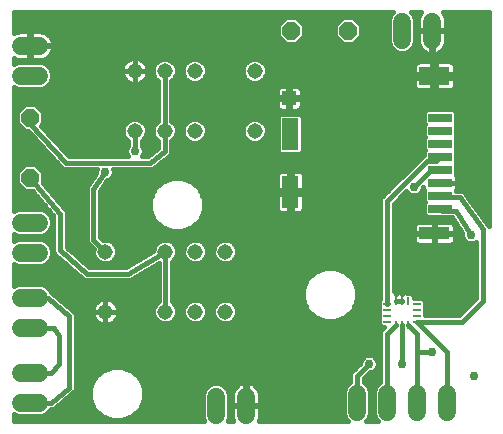
<source format=gtl>
G75*
%MOIN*%
%OFA0B0*%
%FSLAX25Y25*%
%IPPOS*%
%LPD*%
%AMOC8*
5,1,8,0,0,1.08239X$1,22.5*
%
%ADD10C,0.06000*%
%ADD11OC8,0.06000*%
%ADD12R,0.00984X0.02657*%
%ADD13R,0.02657X0.00984*%
%ADD14C,0.05150*%
%ADD15R,0.10236X0.03937*%
%ADD16R,0.07874X0.02756*%
%ADD17R,0.10236X0.05906*%
%ADD18R,0.05512X0.10630*%
%ADD19R,0.04724X0.04724*%
%ADD20C,0.00600*%
%ADD21C,0.02978*%
%ADD22C,0.01600*%
D10*
X0014800Y0018800D02*
X0020800Y0018800D01*
X0020800Y0028800D02*
X0014800Y0028800D01*
X0014800Y0043800D02*
X0020800Y0043800D01*
X0020800Y0053800D02*
X0014800Y0053800D01*
X0014800Y0068800D02*
X0020800Y0068800D01*
X0020800Y0078800D02*
X0014800Y0078800D01*
X0014800Y0127800D02*
X0020800Y0127800D01*
X0020800Y0137800D02*
X0014800Y0137800D01*
X0141800Y0139800D02*
X0141800Y0145800D01*
X0151800Y0145800D02*
X0151800Y0139800D01*
X0146800Y0021800D02*
X0146800Y0015800D01*
X0156800Y0015800D02*
X0156800Y0021800D01*
X0136800Y0021800D02*
X0136800Y0015800D01*
X0126800Y0015800D02*
X0126800Y0021800D01*
X0089800Y0020800D02*
X0089800Y0014800D01*
X0079800Y0014800D02*
X0079800Y0020800D01*
D11*
X0017800Y0093800D03*
X0017800Y0113800D03*
X0104800Y0142800D03*
X0123800Y0142800D03*
D12*
X0139831Y0052786D03*
X0141800Y0052786D03*
X0143769Y0052786D03*
X0143769Y0044814D03*
X0141800Y0044814D03*
X0139831Y0044814D03*
D13*
X0136830Y0045847D03*
X0136830Y0047816D03*
X0136830Y0049784D03*
X0136830Y0051753D03*
X0146770Y0051753D03*
X0146770Y0049784D03*
X0146770Y0047816D03*
X0146770Y0045847D03*
D14*
X0082934Y0049170D03*
X0072934Y0049170D03*
X0062934Y0049170D03*
X0042934Y0049170D03*
X0042934Y0069170D03*
X0062934Y0069170D03*
X0072934Y0069170D03*
X0082934Y0069170D03*
X0092666Y0109430D03*
X0072666Y0109430D03*
X0062666Y0109430D03*
X0052666Y0109430D03*
X0052666Y0129430D03*
X0062666Y0129430D03*
X0072666Y0129430D03*
X0092666Y0129430D03*
D15*
X0152587Y0075217D03*
D16*
X0154556Y0083485D03*
X0154556Y0087816D03*
X0154556Y0092146D03*
X0154556Y0096477D03*
X0154556Y0100808D03*
X0154556Y0105139D03*
X0154556Y0109469D03*
X0154556Y0113800D03*
D17*
X0152587Y0127776D03*
D18*
X0104556Y0108288D03*
X0104556Y0088997D03*
D19*
X0104162Y0120296D03*
D20*
X0104162Y0118800D01*
X0104556Y0088997D02*
X0104556Y0088800D01*
X0139831Y0053800D02*
X0139831Y0052786D01*
X0152587Y0075217D02*
X0154556Y0075217D01*
X0152587Y0127776D02*
X0151800Y0127776D01*
D21*
X0164800Y0141800D03*
X0130800Y0112800D03*
X0117800Y0092800D03*
X0145800Y0090800D03*
X0164800Y0074800D03*
X0128800Y0065800D03*
X0106800Y0059800D03*
X0117800Y0044800D03*
X0130800Y0031800D03*
X0141800Y0031800D03*
X0151800Y0035800D03*
X0165800Y0027800D03*
X0104800Y0019800D03*
X0062800Y0019800D03*
X0044800Y0036800D03*
X0051800Y0058800D03*
X0052800Y0081800D03*
X0042800Y0095800D03*
X0052800Y0102689D03*
X0079800Y0117800D03*
X0080800Y0141800D03*
X0048800Y0142800D03*
X0080800Y0088800D03*
X0081800Y0058800D03*
D22*
X0012600Y0014949D02*
X0012600Y0012600D01*
X0075949Y0012600D01*
X0075400Y0013925D01*
X0075400Y0021675D01*
X0076070Y0023292D01*
X0077308Y0024530D01*
X0078925Y0025200D01*
X0080675Y0025200D01*
X0082292Y0024530D01*
X0083530Y0023292D01*
X0084200Y0021675D01*
X0084200Y0013925D01*
X0083651Y0012600D01*
X0085534Y0012600D01*
X0085352Y0012957D01*
X0085118Y0013676D01*
X0085000Y0014422D01*
X0085000Y0017600D01*
X0089600Y0017600D01*
X0089600Y0018000D01*
X0089600Y0025600D01*
X0089422Y0025600D01*
X0088676Y0025482D01*
X0087957Y0025248D01*
X0087284Y0024905D01*
X0086673Y0024461D01*
X0086139Y0023927D01*
X0085695Y0023316D01*
X0085352Y0022643D01*
X0085118Y0021924D01*
X0085000Y0021178D01*
X0085000Y0018000D01*
X0089600Y0018000D01*
X0090000Y0018000D01*
X0090000Y0025600D01*
X0090178Y0025600D01*
X0090924Y0025482D01*
X0091643Y0025248D01*
X0092316Y0024905D01*
X0092927Y0024461D01*
X0093461Y0023927D01*
X0093905Y0023316D01*
X0094248Y0022643D01*
X0094482Y0021924D01*
X0094600Y0021178D01*
X0094600Y0018000D01*
X0090000Y0018000D01*
X0090000Y0017600D01*
X0094600Y0017600D01*
X0094600Y0014422D01*
X0094482Y0013676D01*
X0094248Y0012957D01*
X0094066Y0012600D01*
X0123777Y0012600D01*
X0123070Y0013308D01*
X0122400Y0014925D01*
X0122400Y0022675D01*
X0123070Y0024292D01*
X0124308Y0025530D01*
X0124600Y0025651D01*
X0124600Y0028711D01*
X0127911Y0032022D01*
X0127911Y0032375D01*
X0128351Y0033436D01*
X0129164Y0034249D01*
X0130225Y0034689D01*
X0131375Y0034689D01*
X0132436Y0034249D01*
X0133249Y0033436D01*
X0133689Y0032375D01*
X0133689Y0031225D01*
X0133249Y0030164D01*
X0132436Y0029351D01*
X0131375Y0028911D01*
X0131022Y0028911D01*
X0129000Y0026889D01*
X0129000Y0025651D01*
X0129292Y0025530D01*
X0130530Y0024292D01*
X0131200Y0022675D01*
X0131200Y0014925D01*
X0130530Y0013308D01*
X0129823Y0012600D01*
X0133777Y0012600D01*
X0133070Y0013308D01*
X0132400Y0014925D01*
X0132400Y0022675D01*
X0133070Y0024292D01*
X0134308Y0025530D01*
X0134600Y0025651D01*
X0134600Y0042694D01*
X0135862Y0043955D01*
X0134921Y0043955D01*
X0134101Y0044775D01*
X0134101Y0052825D01*
X0134630Y0053354D01*
X0134630Y0085134D01*
X0134630Y0086957D01*
X0149128Y0101455D01*
X0149219Y0101455D01*
X0149219Y0102766D01*
X0149426Y0102973D01*
X0149219Y0103181D01*
X0149219Y0107096D01*
X0149426Y0107304D01*
X0149219Y0107511D01*
X0149219Y0111427D01*
X0149426Y0111635D01*
X0149219Y0111842D01*
X0149219Y0115758D01*
X0150039Y0116578D01*
X0159073Y0116578D01*
X0159893Y0115758D01*
X0159893Y0111842D01*
X0159685Y0111635D01*
X0159893Y0111427D01*
X0159893Y0107511D01*
X0159685Y0107304D01*
X0159893Y0107096D01*
X0159893Y0103181D01*
X0159685Y0102973D01*
X0159893Y0102766D01*
X0159893Y0098850D01*
X0159685Y0098643D01*
X0159893Y0098435D01*
X0159893Y0094670D01*
X0159933Y0094630D01*
X0160170Y0094219D01*
X0160293Y0093761D01*
X0160293Y0092147D01*
X0154556Y0092147D01*
X0154556Y0092146D01*
X0160293Y0092146D01*
X0160293Y0090532D01*
X0160170Y0090074D01*
X0159933Y0089663D01*
X0159893Y0089623D01*
X0159893Y0089463D01*
X0160363Y0089463D01*
X0160526Y0089581D01*
X0161250Y0089463D01*
X0161984Y0089463D01*
X0162126Y0089321D01*
X0162325Y0089288D01*
X0162754Y0088693D01*
X0163273Y0088174D01*
X0163273Y0087973D01*
X0170481Y0077966D01*
X0170701Y0077746D01*
X0170701Y0148961D01*
X0155428Y0148961D01*
X0155461Y0148927D01*
X0155905Y0148316D01*
X0156248Y0147643D01*
X0156482Y0146924D01*
X0156600Y0146178D01*
X0156600Y0143000D01*
X0152000Y0143000D01*
X0152000Y0142600D01*
X0156600Y0142600D01*
X0156600Y0139422D01*
X0156482Y0138676D01*
X0156248Y0137957D01*
X0155905Y0137284D01*
X0155461Y0136673D01*
X0154927Y0136139D01*
X0154316Y0135695D01*
X0153643Y0135352D01*
X0152924Y0135118D01*
X0152178Y0135000D01*
X0152000Y0135000D01*
X0152000Y0142600D01*
X0151600Y0142600D01*
X0151600Y0135000D01*
X0151422Y0135000D01*
X0150676Y0135118D01*
X0149957Y0135352D01*
X0149284Y0135695D01*
X0148673Y0136139D01*
X0148139Y0136673D01*
X0147695Y0137284D01*
X0147352Y0137957D01*
X0147118Y0138676D01*
X0147000Y0139422D01*
X0147000Y0142600D01*
X0151600Y0142600D01*
X0151600Y0143000D01*
X0147000Y0143000D01*
X0147000Y0146178D01*
X0147118Y0146924D01*
X0147352Y0147643D01*
X0147695Y0148316D01*
X0148139Y0148927D01*
X0148172Y0148961D01*
X0144862Y0148961D01*
X0145530Y0148292D01*
X0146200Y0146675D01*
X0146200Y0138925D01*
X0145530Y0137308D01*
X0144292Y0136070D01*
X0142675Y0135400D01*
X0140925Y0135400D01*
X0139308Y0136070D01*
X0138070Y0137308D01*
X0137400Y0138925D01*
X0137400Y0146675D01*
X0138070Y0148292D01*
X0138738Y0148961D01*
X0012600Y0148961D01*
X0012600Y0142066D01*
X0012957Y0142248D01*
X0013676Y0142482D01*
X0014422Y0142600D01*
X0017600Y0142600D01*
X0017600Y0138000D01*
X0018000Y0138000D01*
X0018000Y0142600D01*
X0021178Y0142600D01*
X0021924Y0142482D01*
X0022643Y0142248D01*
X0023316Y0141905D01*
X0023927Y0141461D01*
X0024461Y0140927D01*
X0024905Y0140316D01*
X0025248Y0139643D01*
X0025482Y0138924D01*
X0025600Y0138178D01*
X0025600Y0138000D01*
X0018000Y0138000D01*
X0018000Y0137600D01*
X0025600Y0137600D01*
X0025600Y0137422D01*
X0025482Y0136676D01*
X0025248Y0135957D01*
X0024905Y0135284D01*
X0024461Y0134673D01*
X0023927Y0134139D01*
X0023316Y0133695D01*
X0022643Y0133352D01*
X0021924Y0133118D01*
X0021178Y0133000D01*
X0018000Y0133000D01*
X0018000Y0137600D01*
X0017600Y0137600D01*
X0017600Y0133000D01*
X0014422Y0133000D01*
X0013676Y0133118D01*
X0012957Y0133352D01*
X0012600Y0133534D01*
X0012600Y0131651D01*
X0013925Y0132200D01*
X0021675Y0132200D01*
X0023292Y0131530D01*
X0024530Y0130292D01*
X0025200Y0128675D01*
X0025200Y0126925D01*
X0024530Y0125308D01*
X0023292Y0124070D01*
X0021675Y0123400D01*
X0013925Y0123400D01*
X0012600Y0123949D01*
X0012600Y0082651D01*
X0013925Y0083200D01*
X0021675Y0083200D01*
X0023292Y0082530D01*
X0024530Y0081292D01*
X0025200Y0079675D01*
X0025200Y0077925D01*
X0024530Y0076308D01*
X0023292Y0075070D01*
X0021675Y0074400D01*
X0013925Y0074400D01*
X0012600Y0074949D01*
X0012600Y0072651D01*
X0013925Y0073200D01*
X0021675Y0073200D01*
X0023292Y0072530D01*
X0024530Y0071292D01*
X0025200Y0069675D01*
X0025200Y0067925D01*
X0024530Y0066308D01*
X0023292Y0065070D01*
X0021675Y0064400D01*
X0013925Y0064400D01*
X0012600Y0064949D01*
X0012600Y0057651D01*
X0013925Y0058200D01*
X0021675Y0058200D01*
X0023292Y0057530D01*
X0024530Y0056292D01*
X0024651Y0056000D01*
X0024711Y0056000D01*
X0025296Y0055415D01*
X0031614Y0050000D01*
X0031711Y0050000D01*
X0032296Y0049415D01*
X0032924Y0048877D01*
X0032931Y0048780D01*
X0033000Y0048711D01*
X0033000Y0047885D01*
X0033063Y0047060D01*
X0033000Y0046986D01*
X0033000Y0024596D01*
X0033073Y0024508D01*
X0033000Y0023700D01*
X0033000Y0022889D01*
X0032919Y0022808D01*
X0032908Y0022693D01*
X0032285Y0022174D01*
X0031711Y0021600D01*
X0031597Y0021600D01*
X0026285Y0017174D01*
X0025711Y0016600D01*
X0025596Y0016600D01*
X0025508Y0016527D01*
X0024700Y0016600D01*
X0024651Y0016600D01*
X0024530Y0016308D01*
X0023292Y0015070D01*
X0021675Y0014400D01*
X0013925Y0014400D01*
X0012600Y0014949D01*
X0012600Y0014194D02*
X0041817Y0014194D01*
X0041739Y0014226D02*
X0045023Y0012866D01*
X0048577Y0012866D01*
X0051861Y0014226D01*
X0054374Y0016739D01*
X0055734Y0020023D01*
X0055734Y0023577D01*
X0054374Y0026861D01*
X0051861Y0029374D01*
X0048577Y0030734D01*
X0045023Y0030734D01*
X0041739Y0029374D01*
X0039226Y0026861D01*
X0037866Y0023577D01*
X0037866Y0020023D01*
X0039226Y0016739D01*
X0041739Y0014226D01*
X0040173Y0015793D02*
X0024015Y0015793D01*
X0026546Y0017391D02*
X0038956Y0017391D01*
X0038294Y0018990D02*
X0028464Y0018990D01*
X0030382Y0020588D02*
X0037866Y0020588D01*
X0037866Y0022187D02*
X0032300Y0022187D01*
X0033008Y0023785D02*
X0037952Y0023785D01*
X0038614Y0025384D02*
X0033000Y0025384D01*
X0033000Y0026982D02*
X0039348Y0026982D01*
X0040946Y0028581D02*
X0033000Y0028581D01*
X0033000Y0030179D02*
X0043684Y0030179D01*
X0049916Y0030179D02*
X0126068Y0030179D01*
X0124600Y0028581D02*
X0052654Y0028581D01*
X0054252Y0026982D02*
X0124600Y0026982D01*
X0124161Y0025384D02*
X0091226Y0025384D01*
X0090000Y0025384D02*
X0089600Y0025384D01*
X0088374Y0025384D02*
X0054986Y0025384D01*
X0055648Y0023785D02*
X0076563Y0023785D01*
X0075612Y0022187D02*
X0055734Y0022187D01*
X0055734Y0020588D02*
X0075400Y0020588D01*
X0075400Y0018990D02*
X0055306Y0018990D01*
X0054644Y0017391D02*
X0075400Y0017391D01*
X0075400Y0015793D02*
X0053427Y0015793D01*
X0051783Y0014194D02*
X0075400Y0014194D01*
X0084200Y0014194D02*
X0085036Y0014194D01*
X0085000Y0015793D02*
X0084200Y0015793D01*
X0084200Y0017391D02*
X0085000Y0017391D01*
X0085000Y0018990D02*
X0084200Y0018990D01*
X0084200Y0020588D02*
X0085000Y0020588D01*
X0085204Y0022187D02*
X0083988Y0022187D01*
X0083037Y0023785D02*
X0086036Y0023785D01*
X0089600Y0023785D02*
X0090000Y0023785D01*
X0090000Y0022187D02*
X0089600Y0022187D01*
X0089600Y0020588D02*
X0090000Y0020588D01*
X0090000Y0018990D02*
X0089600Y0018990D01*
X0094600Y0018990D02*
X0122400Y0018990D01*
X0122400Y0020588D02*
X0094600Y0020588D01*
X0094396Y0022187D02*
X0122400Y0022187D01*
X0122860Y0023785D02*
X0093564Y0023785D01*
X0094600Y0017391D02*
X0122400Y0017391D01*
X0122400Y0015793D02*
X0094600Y0015793D01*
X0094564Y0014194D02*
X0122703Y0014194D01*
X0126800Y0018800D02*
X0126800Y0027800D01*
X0130800Y0031800D01*
X0128326Y0033376D02*
X0033000Y0033376D01*
X0033000Y0031778D02*
X0127666Y0031778D01*
X0130692Y0028581D02*
X0134600Y0028581D01*
X0134600Y0030179D02*
X0133256Y0030179D01*
X0133689Y0031778D02*
X0134600Y0031778D01*
X0134600Y0033376D02*
X0133274Y0033376D01*
X0134600Y0034975D02*
X0033000Y0034975D01*
X0033000Y0036573D02*
X0134600Y0036573D01*
X0134600Y0038172D02*
X0033000Y0038172D01*
X0033000Y0039770D02*
X0134600Y0039770D01*
X0134600Y0041369D02*
X0033000Y0041369D01*
X0033000Y0042967D02*
X0134874Y0042967D01*
X0134310Y0044566D02*
X0033000Y0044566D01*
X0033000Y0046164D02*
X0039753Y0046164D01*
X0039597Y0046320D02*
X0040084Y0045833D01*
X0040641Y0045428D01*
X0041255Y0045116D01*
X0041909Y0044903D01*
X0042590Y0044795D01*
X0042934Y0044795D01*
X0043278Y0044795D01*
X0043958Y0044903D01*
X0044613Y0045116D01*
X0045227Y0045428D01*
X0045784Y0045833D01*
X0046271Y0046320D01*
X0046676Y0046877D01*
X0046988Y0047491D01*
X0047201Y0048146D01*
X0047309Y0048826D01*
X0047309Y0049170D01*
X0047309Y0049514D01*
X0047201Y0050195D01*
X0046988Y0050849D01*
X0046676Y0051463D01*
X0046271Y0052020D01*
X0045784Y0052507D01*
X0045227Y0052912D01*
X0044613Y0053224D01*
X0043958Y0053437D01*
X0043278Y0053545D01*
X0042934Y0053545D01*
X0042934Y0049170D01*
X0042934Y0049170D01*
X0047309Y0049170D01*
X0042934Y0049170D01*
X0042934Y0044795D01*
X0042934Y0049170D01*
X0042934Y0049170D01*
X0042934Y0049170D01*
X0038559Y0049170D01*
X0038559Y0048826D01*
X0038667Y0048146D01*
X0038880Y0047491D01*
X0039192Y0046877D01*
X0039597Y0046320D01*
X0038791Y0047763D02*
X0033009Y0047763D01*
X0032359Y0049361D02*
X0038559Y0049361D01*
X0038559Y0049514D02*
X0038559Y0049170D01*
X0042934Y0049170D01*
X0042934Y0049170D01*
X0042934Y0053545D01*
X0042590Y0053545D01*
X0041909Y0053437D01*
X0041255Y0053224D01*
X0040641Y0052912D01*
X0040084Y0052507D01*
X0039597Y0052020D01*
X0039192Y0051463D01*
X0038880Y0050849D01*
X0038667Y0050195D01*
X0038559Y0049514D01*
X0038936Y0050960D02*
X0030494Y0050960D01*
X0028629Y0052558D02*
X0040155Y0052558D01*
X0042934Y0052558D02*
X0042934Y0052558D01*
X0042934Y0050960D02*
X0042934Y0050960D01*
X0042934Y0049361D02*
X0042934Y0049361D01*
X0042934Y0047763D02*
X0042934Y0047763D01*
X0042934Y0046164D02*
X0042934Y0046164D01*
X0046115Y0046164D02*
X0060318Y0046164D01*
X0060682Y0045800D02*
X0062143Y0045195D01*
X0063724Y0045195D01*
X0065185Y0045800D01*
X0066304Y0046919D01*
X0066909Y0048379D01*
X0066909Y0049961D01*
X0066304Y0051422D01*
X0065185Y0052540D01*
X0065134Y0052561D01*
X0065134Y0065779D01*
X0065185Y0065800D01*
X0066304Y0066919D01*
X0066909Y0068379D01*
X0066909Y0069961D01*
X0066304Y0071422D01*
X0065185Y0072540D01*
X0063724Y0073145D01*
X0062143Y0073145D01*
X0060682Y0072540D01*
X0059564Y0071422D01*
X0058959Y0069961D01*
X0058959Y0069363D01*
X0049958Y0064000D01*
X0037518Y0064000D01*
X0030000Y0070672D01*
X0030000Y0081700D01*
X0030073Y0082508D01*
X0030000Y0082596D01*
X0030000Y0082711D01*
X0029426Y0083285D01*
X0022190Y0091968D01*
X0022200Y0091977D01*
X0022200Y0095623D01*
X0019623Y0098200D01*
X0015977Y0098200D01*
X0013400Y0095623D01*
X0013400Y0091977D01*
X0015977Y0089400D01*
X0018603Y0089400D01*
X0025600Y0081003D01*
X0025600Y0070518D01*
X0025550Y0070461D01*
X0025600Y0069617D01*
X0025600Y0068771D01*
X0025654Y0068718D01*
X0025658Y0068642D01*
X0026291Y0068081D01*
X0026889Y0067483D01*
X0026965Y0067483D01*
X0035173Y0060198D01*
X0035771Y0059600D01*
X0035847Y0059600D01*
X0035904Y0059550D01*
X0036748Y0059600D01*
X0050289Y0059600D01*
X0050907Y0059444D01*
X0051169Y0059600D01*
X0051475Y0059600D01*
X0051925Y0060050D01*
X0060734Y0065298D01*
X0060734Y0052561D01*
X0060682Y0052540D01*
X0059564Y0051422D01*
X0058959Y0049961D01*
X0058959Y0048379D01*
X0059564Y0046919D01*
X0060682Y0045800D01*
X0059214Y0047763D02*
X0047077Y0047763D01*
X0047309Y0049361D02*
X0058959Y0049361D01*
X0059373Y0050960D02*
X0046932Y0050960D01*
X0045713Y0052558D02*
X0060727Y0052558D01*
X0060734Y0054157D02*
X0026764Y0054157D01*
X0024956Y0055755D02*
X0060734Y0055755D01*
X0060734Y0057354D02*
X0023469Y0057354D01*
X0023800Y0053800D02*
X0030800Y0047800D01*
X0030800Y0023800D01*
X0024800Y0018800D01*
X0017800Y0018800D01*
X0017800Y0028800D02*
X0024800Y0028800D01*
X0027600Y0031600D01*
X0027600Y0041000D01*
X0025800Y0043800D01*
X0017800Y0043800D01*
X0017800Y0053800D02*
X0023800Y0053800D01*
X0032974Y0062149D02*
X0012600Y0062149D01*
X0012600Y0060551D02*
X0034776Y0060551D01*
X0036683Y0061800D02*
X0050564Y0061800D01*
X0062934Y0069170D01*
X0062934Y0049170D01*
X0066653Y0047763D02*
X0069214Y0047763D01*
X0068959Y0048379D02*
X0069564Y0046919D01*
X0070682Y0045800D01*
X0072143Y0045195D01*
X0073724Y0045195D01*
X0075185Y0045800D01*
X0076304Y0046919D01*
X0076909Y0048379D01*
X0076909Y0049961D01*
X0076304Y0051422D01*
X0075185Y0052540D01*
X0073724Y0053145D01*
X0072143Y0053145D01*
X0070682Y0052540D01*
X0069564Y0051422D01*
X0068959Y0049961D01*
X0068959Y0048379D01*
X0068959Y0049361D02*
X0066909Y0049361D01*
X0066495Y0050960D02*
X0069373Y0050960D01*
X0070727Y0052558D02*
X0065141Y0052558D01*
X0065134Y0054157D02*
X0108866Y0054157D01*
X0108866Y0053023D02*
X0110226Y0049739D01*
X0112739Y0047226D01*
X0116023Y0045866D01*
X0119577Y0045866D01*
X0122861Y0047226D01*
X0125374Y0049739D01*
X0126734Y0053023D01*
X0126734Y0056577D01*
X0125374Y0059861D01*
X0122861Y0062374D01*
X0119577Y0063734D01*
X0116023Y0063734D01*
X0112739Y0062374D01*
X0110226Y0059861D01*
X0108866Y0056577D01*
X0108866Y0053023D01*
X0109059Y0052558D02*
X0085141Y0052558D01*
X0085185Y0052540D02*
X0083724Y0053145D01*
X0082143Y0053145D01*
X0080682Y0052540D01*
X0079564Y0051422D01*
X0078959Y0049961D01*
X0078959Y0048379D01*
X0079564Y0046919D01*
X0080682Y0045800D01*
X0082143Y0045195D01*
X0083724Y0045195D01*
X0085185Y0045800D01*
X0086304Y0046919D01*
X0086909Y0048379D01*
X0086909Y0049961D01*
X0086304Y0051422D01*
X0085185Y0052540D01*
X0086495Y0050960D02*
X0109721Y0050960D01*
X0110604Y0049361D02*
X0086909Y0049361D01*
X0086653Y0047763D02*
X0112203Y0047763D01*
X0115303Y0046164D02*
X0085549Y0046164D01*
X0080318Y0046164D02*
X0075549Y0046164D01*
X0076653Y0047763D02*
X0079214Y0047763D01*
X0078959Y0049361D02*
X0076909Y0049361D01*
X0076495Y0050960D02*
X0079373Y0050960D01*
X0080727Y0052558D02*
X0075141Y0052558D01*
X0070318Y0046164D02*
X0065549Y0046164D01*
X0065134Y0055755D02*
X0108866Y0055755D01*
X0109188Y0057354D02*
X0065134Y0057354D01*
X0065134Y0058952D02*
X0109850Y0058952D01*
X0110916Y0060551D02*
X0065134Y0060551D01*
X0065134Y0062149D02*
X0112515Y0062149D01*
X0123085Y0062149D02*
X0134630Y0062149D01*
X0134630Y0060551D02*
X0124683Y0060551D01*
X0125750Y0058952D02*
X0134630Y0058952D01*
X0134630Y0057354D02*
X0126412Y0057354D01*
X0126734Y0055755D02*
X0134630Y0055755D01*
X0134630Y0054157D02*
X0126734Y0054157D01*
X0126541Y0052558D02*
X0134101Y0052558D01*
X0134101Y0050960D02*
X0125879Y0050960D01*
X0124996Y0049361D02*
X0134101Y0049361D01*
X0134101Y0047763D02*
X0123397Y0047763D01*
X0120297Y0046164D02*
X0134101Y0046164D01*
X0136800Y0041782D02*
X0136800Y0018800D01*
X0132400Y0018990D02*
X0131200Y0018990D01*
X0131200Y0020588D02*
X0132400Y0020588D01*
X0132400Y0022187D02*
X0131200Y0022187D01*
X0130740Y0023785D02*
X0132860Y0023785D01*
X0134161Y0025384D02*
X0129439Y0025384D01*
X0129093Y0026982D02*
X0134600Y0026982D01*
X0141800Y0031800D02*
X0141800Y0044814D01*
X0139831Y0044814D02*
X0136800Y0041782D01*
X0143769Y0044814D02*
X0146800Y0041782D01*
X0146800Y0035800D01*
X0151800Y0035800D01*
X0146800Y0035800D02*
X0146800Y0018800D01*
X0156800Y0018800D02*
X0156800Y0035818D01*
X0146770Y0045847D01*
X0161847Y0045847D01*
X0168800Y0052800D01*
X0168800Y0076536D01*
X0161073Y0087263D01*
X0155109Y0087263D01*
X0154556Y0087816D01*
X0154556Y0083485D02*
X0155241Y0082800D01*
X0159800Y0082800D01*
X0164800Y0074800D01*
X0161911Y0074937D02*
X0159505Y0074937D01*
X0159505Y0075033D02*
X0152772Y0075033D01*
X0152772Y0075402D01*
X0152403Y0075402D01*
X0152403Y0078986D01*
X0147232Y0078986D01*
X0146775Y0078863D01*
X0146364Y0078626D01*
X0146029Y0078291D01*
X0145792Y0077881D01*
X0145669Y0077423D01*
X0145669Y0075402D01*
X0152403Y0075402D01*
X0152403Y0075033D01*
X0145669Y0075033D01*
X0145669Y0073012D01*
X0145792Y0072554D01*
X0146029Y0072144D01*
X0146364Y0071808D01*
X0146775Y0071571D01*
X0147232Y0071449D01*
X0152403Y0071449D01*
X0152403Y0075033D01*
X0152772Y0075033D01*
X0152772Y0071449D01*
X0157942Y0071449D01*
X0158400Y0071571D01*
X0158811Y0071808D01*
X0159146Y0072144D01*
X0159383Y0072554D01*
X0159505Y0073012D01*
X0159505Y0075033D01*
X0159505Y0075402D02*
X0159505Y0077423D01*
X0159383Y0077881D01*
X0159146Y0078291D01*
X0158811Y0078626D01*
X0158400Y0078863D01*
X0157942Y0078986D01*
X0152772Y0078986D01*
X0152772Y0075402D01*
X0159505Y0075402D01*
X0159505Y0076536D02*
X0161121Y0076536D01*
X0161911Y0075271D02*
X0161911Y0074225D01*
X0162351Y0073164D01*
X0163164Y0072351D01*
X0164225Y0071911D01*
X0165375Y0071911D01*
X0166436Y0072351D01*
X0166600Y0072514D01*
X0166600Y0053711D01*
X0160936Y0048047D01*
X0149499Y0048047D01*
X0149499Y0048712D01*
X0149499Y0052825D01*
X0148679Y0053645D01*
X0145661Y0053645D01*
X0145661Y0054695D01*
X0144841Y0055515D01*
X0143438Y0055515D01*
X0143397Y0055555D01*
X0142987Y0055792D01*
X0142529Y0055915D01*
X0141800Y0055915D01*
X0141800Y0055158D01*
X0141800Y0055915D01*
X0141071Y0055915D01*
X0140816Y0055847D01*
X0140561Y0055915D01*
X0139832Y0055915D01*
X0139832Y0055158D01*
X0139831Y0055158D01*
X0139831Y0055915D01*
X0139102Y0055915D01*
X0139030Y0055895D01*
X0139030Y0085134D01*
X0143265Y0089370D01*
X0143351Y0089164D01*
X0144164Y0088351D01*
X0145225Y0087911D01*
X0146375Y0087911D01*
X0147436Y0088351D01*
X0148249Y0089164D01*
X0148689Y0090225D01*
X0148689Y0090578D01*
X0148819Y0090708D01*
X0148819Y0090532D01*
X0148942Y0090074D01*
X0149179Y0089663D01*
X0149219Y0089623D01*
X0149219Y0085858D01*
X0149426Y0085650D01*
X0149219Y0085443D01*
X0149219Y0081527D01*
X0150039Y0080707D01*
X0154223Y0080707D01*
X0154330Y0080600D01*
X0158581Y0080600D01*
X0161911Y0075271D01*
X0162278Y0073339D02*
X0159505Y0073339D01*
X0158693Y0071740D02*
X0166600Y0071740D01*
X0166600Y0070142D02*
X0139030Y0070142D01*
X0139030Y0071740D02*
X0146482Y0071740D01*
X0145669Y0073339D02*
X0139030Y0073339D01*
X0139030Y0074937D02*
X0145669Y0074937D01*
X0145669Y0076536D02*
X0139030Y0076536D01*
X0139030Y0078134D02*
X0145939Y0078134D01*
X0149415Y0081332D02*
X0139030Y0081332D01*
X0139030Y0082930D02*
X0149219Y0082930D01*
X0149219Y0084529D02*
X0139030Y0084529D01*
X0140022Y0086127D02*
X0149219Y0086127D01*
X0149219Y0087726D02*
X0141621Y0087726D01*
X0143219Y0089324D02*
X0143284Y0089324D01*
X0145800Y0090800D02*
X0151477Y0096477D01*
X0154556Y0096477D01*
X0153003Y0099255D02*
X0154556Y0100808D01*
X0153003Y0099255D02*
X0150039Y0099255D01*
X0136830Y0086046D01*
X0136830Y0051753D01*
X0139832Y0052786D02*
X0139832Y0052786D01*
X0141800Y0052786D01*
X0141800Y0052786D01*
X0139832Y0052786D01*
X0139831Y0055755D02*
X0139832Y0055755D01*
X0139030Y0057354D02*
X0166600Y0057354D01*
X0166600Y0058952D02*
X0139030Y0058952D01*
X0139030Y0060551D02*
X0166600Y0060551D01*
X0166600Y0062149D02*
X0139030Y0062149D01*
X0139030Y0063748D02*
X0166600Y0063748D01*
X0166600Y0065346D02*
X0139030Y0065346D01*
X0139030Y0066945D02*
X0166600Y0066945D01*
X0166600Y0068543D02*
X0139030Y0068543D01*
X0134630Y0068543D02*
X0086909Y0068543D01*
X0086909Y0068379D02*
X0086304Y0066919D01*
X0085185Y0065800D01*
X0083724Y0065195D01*
X0082143Y0065195D01*
X0080682Y0065800D01*
X0079564Y0066919D01*
X0078959Y0068379D01*
X0078959Y0069961D01*
X0079564Y0071422D01*
X0080682Y0072540D01*
X0082143Y0073145D01*
X0083724Y0073145D01*
X0085185Y0072540D01*
X0086304Y0071422D01*
X0086909Y0069961D01*
X0086909Y0068379D01*
X0086314Y0066945D02*
X0134630Y0066945D01*
X0134630Y0065346D02*
X0084089Y0065346D01*
X0081778Y0065346D02*
X0074089Y0065346D01*
X0073724Y0065195D02*
X0075185Y0065800D01*
X0076304Y0066919D01*
X0076909Y0068379D01*
X0076909Y0069961D01*
X0076304Y0071422D01*
X0075185Y0072540D01*
X0073724Y0073145D01*
X0072143Y0073145D01*
X0070682Y0072540D01*
X0069564Y0071422D01*
X0068959Y0069961D01*
X0068959Y0068379D01*
X0069564Y0066919D01*
X0070682Y0065800D01*
X0072143Y0065195D01*
X0073724Y0065195D01*
X0071778Y0065346D02*
X0065134Y0065346D01*
X0065134Y0063748D02*
X0134630Y0063748D01*
X0134630Y0070142D02*
X0086834Y0070142D01*
X0085985Y0071740D02*
X0134630Y0071740D01*
X0134630Y0073339D02*
X0041876Y0073339D01*
X0042092Y0073124D02*
X0041134Y0074081D01*
X0041134Y0089274D01*
X0043589Y0093000D01*
X0044436Y0093351D01*
X0045249Y0094164D01*
X0045689Y0095225D01*
X0045689Y0096375D01*
X0045596Y0096600D01*
X0057674Y0096600D01*
X0058455Y0096511D01*
X0058568Y0096600D01*
X0058711Y0096600D01*
X0059267Y0097156D01*
X0063434Y0100466D01*
X0063577Y0100466D01*
X0064133Y0101022D01*
X0064748Y0101510D01*
X0064765Y0101653D01*
X0064866Y0101755D01*
X0064866Y0102541D01*
X0064956Y0103321D01*
X0064866Y0103434D01*
X0064866Y0106039D01*
X0064918Y0106060D01*
X0066036Y0107178D01*
X0066641Y0108639D01*
X0066641Y0110221D01*
X0066036Y0111681D01*
X0064918Y0112800D01*
X0064866Y0112821D01*
X0064866Y0126039D01*
X0064918Y0126060D01*
X0066036Y0127178D01*
X0066641Y0128639D01*
X0066641Y0130221D01*
X0066036Y0131681D01*
X0064918Y0132800D01*
X0063457Y0133405D01*
X0061875Y0133405D01*
X0060415Y0132800D01*
X0059296Y0131681D01*
X0058691Y0130221D01*
X0058691Y0128639D01*
X0059296Y0127178D01*
X0060415Y0126060D01*
X0060466Y0126039D01*
X0060466Y0112821D01*
X0060415Y0112800D01*
X0059296Y0111681D01*
X0058691Y0110221D01*
X0058691Y0108639D01*
X0059296Y0107178D01*
X0060415Y0106060D01*
X0060466Y0106039D01*
X0060466Y0103728D01*
X0057032Y0101000D01*
X0055197Y0101000D01*
X0055249Y0101052D01*
X0055689Y0102114D01*
X0055689Y0103264D01*
X0055249Y0104325D01*
X0055000Y0104575D01*
X0055000Y0106143D01*
X0056036Y0107178D01*
X0056641Y0108639D01*
X0056641Y0110221D01*
X0056036Y0111681D01*
X0054918Y0112800D01*
X0053457Y0113405D01*
X0051875Y0113405D01*
X0050415Y0112800D01*
X0049296Y0111681D01*
X0048691Y0110221D01*
X0048691Y0108639D01*
X0049296Y0107178D01*
X0050415Y0106060D01*
X0050600Y0105983D01*
X0050600Y0104575D01*
X0050351Y0104325D01*
X0049911Y0103264D01*
X0049911Y0102114D01*
X0050351Y0101052D01*
X0050403Y0101000D01*
X0030763Y0101000D01*
X0021384Y0111161D01*
X0022200Y0111977D01*
X0022200Y0115623D01*
X0019623Y0118200D01*
X0015977Y0118200D01*
X0013400Y0115623D01*
X0013400Y0111977D01*
X0015977Y0109400D01*
X0017021Y0109400D01*
X0027600Y0097940D01*
X0027600Y0097889D01*
X0028213Y0097275D01*
X0028802Y0096638D01*
X0028853Y0096636D01*
X0028889Y0096600D01*
X0029756Y0096600D01*
X0030623Y0096565D01*
X0030660Y0096600D01*
X0040004Y0096600D01*
X0039911Y0096375D01*
X0039911Y0095414D01*
X0037220Y0091331D01*
X0036734Y0090845D01*
X0036734Y0090594D01*
X0036595Y0090384D01*
X0036734Y0089710D01*
X0036734Y0072259D01*
X0038980Y0070012D01*
X0038959Y0069961D01*
X0038959Y0068379D01*
X0039564Y0066919D01*
X0040682Y0065800D01*
X0042143Y0065195D01*
X0043724Y0065195D01*
X0045185Y0065800D01*
X0046304Y0066919D01*
X0046909Y0068379D01*
X0046909Y0069961D01*
X0046304Y0071422D01*
X0045185Y0072540D01*
X0043724Y0073145D01*
X0042143Y0073145D01*
X0042092Y0073124D01*
X0041134Y0074937D02*
X0134630Y0074937D01*
X0134630Y0076536D02*
X0070194Y0076536D01*
X0068577Y0075866D02*
X0071861Y0077226D01*
X0074374Y0079739D01*
X0075734Y0083023D01*
X0075734Y0086577D01*
X0074374Y0089861D01*
X0071861Y0092374D01*
X0068577Y0093734D01*
X0065023Y0093734D01*
X0061739Y0092374D01*
X0059226Y0089861D01*
X0057866Y0086577D01*
X0057866Y0083023D01*
X0059226Y0079739D01*
X0061739Y0077226D01*
X0065023Y0075866D01*
X0068577Y0075866D01*
X0069883Y0071740D02*
X0065985Y0071740D01*
X0066834Y0070142D02*
X0069034Y0070142D01*
X0068959Y0068543D02*
X0066909Y0068543D01*
X0066314Y0066945D02*
X0069553Y0066945D01*
X0075985Y0071740D02*
X0079883Y0071740D01*
X0079034Y0070142D02*
X0076834Y0070142D01*
X0076909Y0068543D02*
X0078959Y0068543D01*
X0079553Y0066945D02*
X0076314Y0066945D01*
X0072769Y0078134D02*
X0134630Y0078134D01*
X0134630Y0079733D02*
X0074367Y0079733D01*
X0075033Y0081332D02*
X0134630Y0081332D01*
X0134630Y0082930D02*
X0108956Y0082930D01*
X0108989Y0082987D02*
X0109112Y0083445D01*
X0109112Y0088419D01*
X0105134Y0088419D01*
X0105134Y0089575D01*
X0103978Y0089575D01*
X0103978Y0096112D01*
X0101563Y0096112D01*
X0101105Y0095989D01*
X0100695Y0095752D01*
X0100360Y0095417D01*
X0100123Y0095007D01*
X0100000Y0094549D01*
X0100000Y0089575D01*
X0103978Y0089575D01*
X0103978Y0088419D01*
X0100000Y0088419D01*
X0100000Y0083445D01*
X0100123Y0082987D01*
X0100360Y0082577D01*
X0100695Y0082242D01*
X0101105Y0082005D01*
X0101563Y0081882D01*
X0103978Y0081882D01*
X0103978Y0088419D01*
X0105134Y0088419D01*
X0105134Y0081882D01*
X0107549Y0081882D01*
X0108007Y0082005D01*
X0108417Y0082242D01*
X0108752Y0082577D01*
X0108989Y0082987D01*
X0109112Y0084529D02*
X0134630Y0084529D01*
X0134630Y0086127D02*
X0109112Y0086127D01*
X0109112Y0087726D02*
X0135398Y0087726D01*
X0136997Y0089324D02*
X0105134Y0089324D01*
X0105134Y0089575D02*
X0109112Y0089575D01*
X0109112Y0094549D01*
X0108989Y0095007D01*
X0108752Y0095417D01*
X0108417Y0095752D01*
X0108007Y0095989D01*
X0107549Y0096112D01*
X0105134Y0096112D01*
X0105134Y0089575D01*
X0103978Y0089324D02*
X0074596Y0089324D01*
X0075258Y0087726D02*
X0100000Y0087726D01*
X0100000Y0086127D02*
X0075734Y0086127D01*
X0075734Y0084529D02*
X0100000Y0084529D01*
X0100156Y0082930D02*
X0075695Y0082930D01*
X0073312Y0090923D02*
X0100000Y0090923D01*
X0100000Y0092521D02*
X0071505Y0092521D01*
X0062095Y0092521D02*
X0043274Y0092521D01*
X0042220Y0090923D02*
X0060288Y0090923D01*
X0059004Y0089324D02*
X0041167Y0089324D01*
X0041134Y0087726D02*
X0058342Y0087726D01*
X0057866Y0086127D02*
X0041134Y0086127D01*
X0041134Y0084529D02*
X0057866Y0084529D01*
X0057905Y0082930D02*
X0041134Y0082930D01*
X0041134Y0081332D02*
X0058567Y0081332D01*
X0059233Y0079733D02*
X0041134Y0079733D01*
X0041134Y0078134D02*
X0060831Y0078134D01*
X0063406Y0076536D02*
X0041134Y0076536D01*
X0038934Y0073170D02*
X0042934Y0069170D01*
X0046314Y0066945D02*
X0054901Y0066945D01*
X0052218Y0065346D02*
X0044089Y0065346D01*
X0041778Y0065346D02*
X0036001Y0065346D01*
X0034200Y0066945D02*
X0039553Y0066945D01*
X0038959Y0068543D02*
X0032398Y0068543D01*
X0030597Y0070142D02*
X0038851Y0070142D01*
X0037252Y0071740D02*
X0030000Y0071740D01*
X0030000Y0073339D02*
X0036734Y0073339D01*
X0036734Y0074937D02*
X0030000Y0074937D01*
X0030000Y0076536D02*
X0036734Y0076536D01*
X0036734Y0078134D02*
X0030000Y0078134D01*
X0030000Y0079733D02*
X0036734Y0079733D01*
X0036734Y0081332D02*
X0030000Y0081332D01*
X0029781Y0082930D02*
X0036734Y0082930D01*
X0036734Y0084529D02*
X0028390Y0084529D01*
X0027058Y0086127D02*
X0036734Y0086127D01*
X0036734Y0087726D02*
X0025726Y0087726D01*
X0024394Y0089324D02*
X0036734Y0089324D01*
X0036811Y0090923D02*
X0023062Y0090923D01*
X0022200Y0092521D02*
X0038004Y0092521D01*
X0039058Y0094120D02*
X0022200Y0094120D01*
X0022104Y0095718D02*
X0039911Y0095718D01*
X0042800Y0095800D02*
X0038934Y0089934D01*
X0038934Y0073170D01*
X0045985Y0071740D02*
X0059883Y0071740D01*
X0059034Y0070142D02*
X0046834Y0070142D01*
X0046909Y0068543D02*
X0057584Y0068543D01*
X0058131Y0063748D02*
X0060734Y0063748D01*
X0060734Y0062149D02*
X0055448Y0062149D01*
X0052765Y0060551D02*
X0060734Y0060551D01*
X0060734Y0058952D02*
X0012600Y0058952D01*
X0012600Y0063748D02*
X0031173Y0063748D01*
X0029372Y0065346D02*
X0023569Y0065346D01*
X0024794Y0066945D02*
X0027571Y0066945D01*
X0025769Y0068543D02*
X0025200Y0068543D01*
X0025007Y0070142D02*
X0025569Y0070142D01*
X0025600Y0071740D02*
X0024082Y0071740D01*
X0025600Y0073339D02*
X0012600Y0073339D01*
X0012600Y0074937D02*
X0012627Y0074937D01*
X0012600Y0082930D02*
X0013273Y0082930D01*
X0012600Y0084529D02*
X0022662Y0084529D01*
X0022327Y0082930D02*
X0023995Y0082930D01*
X0024491Y0081332D02*
X0025327Y0081332D01*
X0025176Y0079733D02*
X0025600Y0079733D01*
X0025600Y0078134D02*
X0025200Y0078134D01*
X0025600Y0076536D02*
X0024625Y0076536D01*
X0025600Y0074937D02*
X0022973Y0074937D01*
X0027800Y0069683D02*
X0027800Y0081800D01*
X0017800Y0093800D01*
X0013400Y0094120D02*
X0012600Y0094120D01*
X0012600Y0095718D02*
X0013496Y0095718D01*
X0012600Y0097317D02*
X0015094Y0097317D01*
X0012600Y0098915D02*
X0026700Y0098915D01*
X0028172Y0097317D02*
X0020506Y0097317D01*
X0025224Y0100514D02*
X0012600Y0100514D01*
X0012600Y0102112D02*
X0023749Y0102112D01*
X0022273Y0103711D02*
X0012600Y0103711D01*
X0012600Y0105309D02*
X0020798Y0105309D01*
X0019322Y0106908D02*
X0012600Y0106908D01*
X0012600Y0108506D02*
X0017846Y0108506D01*
X0015273Y0110105D02*
X0012600Y0110105D01*
X0012600Y0111703D02*
X0013674Y0111703D01*
X0013400Y0113302D02*
X0012600Y0113302D01*
X0012600Y0114900D02*
X0013400Y0114900D01*
X0012600Y0116499D02*
X0014276Y0116499D01*
X0015875Y0118097D02*
X0012600Y0118097D01*
X0012600Y0119696D02*
X0060466Y0119696D01*
X0060466Y0121294D02*
X0012600Y0121294D01*
X0012600Y0122893D02*
X0060466Y0122893D01*
X0060466Y0124491D02*
X0023714Y0124491D01*
X0024854Y0126090D02*
X0049820Y0126090D01*
X0049816Y0126093D02*
X0050373Y0125688D01*
X0050987Y0125376D01*
X0051642Y0125163D01*
X0052322Y0125055D01*
X0052666Y0125055D01*
X0052666Y0129430D01*
X0052666Y0129430D01*
X0048291Y0129430D01*
X0048291Y0129774D01*
X0048399Y0130454D01*
X0048612Y0131109D01*
X0048924Y0131723D01*
X0049329Y0132280D01*
X0049816Y0132767D01*
X0050373Y0133172D01*
X0050987Y0133484D01*
X0051642Y0133697D01*
X0052322Y0133805D01*
X0052666Y0133805D01*
X0052666Y0129430D01*
X0052666Y0129430D01*
X0048291Y0129430D01*
X0048291Y0129086D01*
X0048399Y0128405D01*
X0048612Y0127751D01*
X0048924Y0127137D01*
X0049329Y0126580D01*
X0049816Y0126093D01*
X0048644Y0127688D02*
X0025200Y0127688D01*
X0024947Y0129287D02*
X0048291Y0129287D01*
X0048539Y0130885D02*
X0023937Y0130885D01*
X0023849Y0134082D02*
X0170701Y0134082D01*
X0170701Y0132484D02*
X0158111Y0132484D01*
X0157942Y0132529D02*
X0158400Y0132406D01*
X0158811Y0132169D01*
X0159146Y0131834D01*
X0159383Y0131424D01*
X0159505Y0130966D01*
X0159505Y0128453D01*
X0153264Y0128453D01*
X0151911Y0128453D01*
X0151911Y0132529D01*
X0147232Y0132529D01*
X0146775Y0132406D01*
X0146364Y0132169D01*
X0146029Y0131834D01*
X0145792Y0131424D01*
X0145669Y0130966D01*
X0145669Y0128453D01*
X0151911Y0128453D01*
X0151911Y0127100D01*
X0145669Y0127100D01*
X0145669Y0124587D01*
X0145792Y0124129D01*
X0146029Y0123718D01*
X0146364Y0123383D01*
X0146775Y0123146D01*
X0147232Y0123024D01*
X0151911Y0123024D01*
X0151911Y0127100D01*
X0153264Y0127100D01*
X0153264Y0128453D01*
X0153264Y0132529D01*
X0157942Y0132529D01*
X0159505Y0130885D02*
X0170701Y0130885D01*
X0170701Y0129287D02*
X0159505Y0129287D01*
X0159505Y0127100D02*
X0153264Y0127100D01*
X0153264Y0123024D01*
X0157942Y0123024D01*
X0158400Y0123146D01*
X0158811Y0123383D01*
X0159146Y0123718D01*
X0159383Y0124129D01*
X0159505Y0124587D01*
X0159505Y0127100D01*
X0159505Y0126090D02*
X0170701Y0126090D01*
X0170701Y0127688D02*
X0153264Y0127688D01*
X0151911Y0127688D02*
X0096247Y0127688D01*
X0096036Y0127178D02*
X0096641Y0128639D01*
X0096641Y0130221D01*
X0096036Y0131681D01*
X0094918Y0132800D01*
X0093457Y0133405D01*
X0091875Y0133405D01*
X0090415Y0132800D01*
X0089296Y0131681D01*
X0088691Y0130221D01*
X0088691Y0128639D01*
X0089296Y0127178D01*
X0090415Y0126060D01*
X0091875Y0125455D01*
X0093457Y0125455D01*
X0094918Y0126060D01*
X0096036Y0127178D01*
X0094947Y0126090D02*
X0145669Y0126090D01*
X0145695Y0124491D02*
X0064866Y0124491D01*
X0064866Y0122893D02*
X0100000Y0122893D01*
X0100000Y0122895D02*
X0100000Y0120677D01*
X0103781Y0120677D01*
X0103781Y0119915D01*
X0100000Y0119915D01*
X0100000Y0117697D01*
X0100123Y0117239D01*
X0100360Y0116829D01*
X0100695Y0116493D01*
X0101105Y0116257D01*
X0101563Y0116134D01*
X0103781Y0116134D01*
X0103781Y0119915D01*
X0104543Y0119915D01*
X0104543Y0116134D01*
X0106761Y0116134D01*
X0107219Y0116257D01*
X0107630Y0116493D01*
X0107965Y0116829D01*
X0108202Y0117239D01*
X0108324Y0117697D01*
X0108324Y0119915D01*
X0104543Y0119915D01*
X0104543Y0120677D01*
X0103781Y0120677D01*
X0103781Y0124458D01*
X0101563Y0124458D01*
X0101105Y0124336D01*
X0100695Y0124099D01*
X0100360Y0123763D01*
X0100123Y0123353D01*
X0100000Y0122895D01*
X0100000Y0121294D02*
X0064866Y0121294D01*
X0064866Y0119696D02*
X0100000Y0119696D01*
X0100000Y0118097D02*
X0064866Y0118097D01*
X0064866Y0116499D02*
X0100689Y0116499D01*
X0101220Y0115003D02*
X0100400Y0114183D01*
X0100400Y0102393D01*
X0101220Y0101573D01*
X0107892Y0101573D01*
X0108712Y0102393D01*
X0108712Y0114183D01*
X0107892Y0115003D01*
X0101220Y0115003D01*
X0101117Y0114900D02*
X0064866Y0114900D01*
X0064866Y0113302D02*
X0071627Y0113302D01*
X0071875Y0113405D02*
X0070415Y0112800D01*
X0069296Y0111681D01*
X0068691Y0110221D01*
X0068691Y0108639D01*
X0069296Y0107178D01*
X0070415Y0106060D01*
X0071875Y0105455D01*
X0073457Y0105455D01*
X0074918Y0106060D01*
X0076036Y0107178D01*
X0076641Y0108639D01*
X0076641Y0110221D01*
X0076036Y0111681D01*
X0074918Y0112800D01*
X0073457Y0113405D01*
X0071875Y0113405D01*
X0073705Y0113302D02*
X0091627Y0113302D01*
X0091875Y0113405D02*
X0090415Y0112800D01*
X0089296Y0111681D01*
X0088691Y0110221D01*
X0088691Y0108639D01*
X0089296Y0107178D01*
X0090415Y0106060D01*
X0091875Y0105455D01*
X0093457Y0105455D01*
X0094918Y0106060D01*
X0096036Y0107178D01*
X0096641Y0108639D01*
X0096641Y0110221D01*
X0096036Y0111681D01*
X0094918Y0112800D01*
X0093457Y0113405D01*
X0091875Y0113405D01*
X0093705Y0113302D02*
X0100400Y0113302D01*
X0100400Y0111703D02*
X0096014Y0111703D01*
X0096641Y0110105D02*
X0100400Y0110105D01*
X0100400Y0108506D02*
X0096586Y0108506D01*
X0095765Y0106908D02*
X0100400Y0106908D01*
X0100400Y0105309D02*
X0064866Y0105309D01*
X0064866Y0103711D02*
X0100400Y0103711D01*
X0100681Y0102112D02*
X0064866Y0102112D01*
X0063625Y0100514D02*
X0148186Y0100514D01*
X0149219Y0102112D02*
X0108431Y0102112D01*
X0108712Y0103711D02*
X0149219Y0103711D01*
X0149219Y0105309D02*
X0108712Y0105309D01*
X0108712Y0106908D02*
X0149219Y0106908D01*
X0149219Y0108506D02*
X0108712Y0108506D01*
X0108712Y0110105D02*
X0149219Y0110105D01*
X0149358Y0111703D02*
X0108712Y0111703D01*
X0108712Y0113302D02*
X0149219Y0113302D01*
X0149219Y0114900D02*
X0107995Y0114900D01*
X0107635Y0116499D02*
X0149960Y0116499D01*
X0151911Y0124491D02*
X0153264Y0124491D01*
X0153264Y0126090D02*
X0151911Y0126090D01*
X0151911Y0129287D02*
X0153264Y0129287D01*
X0153264Y0130885D02*
X0151911Y0130885D01*
X0151911Y0132484D02*
X0153264Y0132484D01*
X0154289Y0135681D02*
X0170701Y0135681D01*
X0170701Y0137279D02*
X0155902Y0137279D01*
X0156514Y0138878D02*
X0170701Y0138878D01*
X0170701Y0140476D02*
X0156600Y0140476D01*
X0156600Y0142075D02*
X0170701Y0142075D01*
X0170701Y0143673D02*
X0156600Y0143673D01*
X0156600Y0145272D02*
X0170701Y0145272D01*
X0170701Y0146870D02*
X0156490Y0146870D01*
X0155794Y0148469D02*
X0170701Y0148469D01*
X0152000Y0142075D02*
X0151600Y0142075D01*
X0151600Y0140476D02*
X0152000Y0140476D01*
X0152000Y0138878D02*
X0151600Y0138878D01*
X0151600Y0137279D02*
X0152000Y0137279D01*
X0152000Y0135681D02*
X0151600Y0135681D01*
X0149311Y0135681D02*
X0143353Y0135681D01*
X0145502Y0137279D02*
X0147698Y0137279D01*
X0147086Y0138878D02*
X0146181Y0138878D01*
X0146200Y0140476D02*
X0147000Y0140476D01*
X0147000Y0142075D02*
X0146200Y0142075D01*
X0146200Y0143673D02*
X0147000Y0143673D01*
X0147000Y0145272D02*
X0146200Y0145272D01*
X0146119Y0146870D02*
X0147110Y0146870D01*
X0147806Y0148469D02*
X0145354Y0148469D01*
X0138246Y0148469D02*
X0012600Y0148469D01*
X0012600Y0146870D02*
X0102648Y0146870D01*
X0102977Y0147200D02*
X0100400Y0144623D01*
X0100400Y0140977D01*
X0102977Y0138400D01*
X0106623Y0138400D01*
X0109200Y0140977D01*
X0109200Y0144623D01*
X0106623Y0147200D01*
X0102977Y0147200D01*
X0101049Y0145272D02*
X0012600Y0145272D01*
X0012600Y0143673D02*
X0100400Y0143673D01*
X0100400Y0142075D02*
X0022983Y0142075D01*
X0024789Y0140476D02*
X0100901Y0140476D01*
X0102500Y0138878D02*
X0025489Y0138878D01*
X0025577Y0137279D02*
X0138098Y0137279D01*
X0137419Y0138878D02*
X0126100Y0138878D01*
X0125623Y0138400D02*
X0128200Y0140977D01*
X0128200Y0144623D01*
X0125623Y0147200D01*
X0121977Y0147200D01*
X0119400Y0144623D01*
X0119400Y0140977D01*
X0121977Y0138400D01*
X0125623Y0138400D01*
X0127699Y0140476D02*
X0137400Y0140476D01*
X0137400Y0142075D02*
X0128200Y0142075D01*
X0128200Y0143673D02*
X0137400Y0143673D01*
X0137400Y0145272D02*
X0127551Y0145272D01*
X0125952Y0146870D02*
X0137481Y0146870D01*
X0140247Y0135681D02*
X0025107Y0135681D01*
X0018000Y0135681D02*
X0017600Y0135681D01*
X0017600Y0137279D02*
X0018000Y0137279D01*
X0018000Y0138878D02*
X0017600Y0138878D01*
X0017600Y0140476D02*
X0018000Y0140476D01*
X0018000Y0142075D02*
X0017600Y0142075D01*
X0012617Y0142075D02*
X0012600Y0142075D01*
X0017600Y0134082D02*
X0018000Y0134082D01*
X0012600Y0132484D02*
X0049533Y0132484D01*
X0052666Y0132484D02*
X0052666Y0132484D01*
X0052666Y0133805D02*
X0052666Y0129430D01*
X0052666Y0129430D01*
X0057041Y0129430D01*
X0057041Y0129774D01*
X0056933Y0130454D01*
X0056720Y0131109D01*
X0056408Y0131723D01*
X0056003Y0132280D01*
X0055516Y0132767D01*
X0054959Y0133172D01*
X0054345Y0133484D01*
X0053691Y0133697D01*
X0053010Y0133805D01*
X0052666Y0133805D01*
X0052666Y0130885D02*
X0052666Y0130885D01*
X0052666Y0129430D02*
X0052666Y0129430D01*
X0052666Y0125055D01*
X0053010Y0125055D01*
X0053691Y0125163D01*
X0054345Y0125376D01*
X0054959Y0125688D01*
X0055516Y0126093D01*
X0056003Y0126580D01*
X0056408Y0127137D01*
X0056720Y0127751D01*
X0056933Y0128405D01*
X0057041Y0129086D01*
X0057041Y0129430D01*
X0052666Y0129430D01*
X0052666Y0129287D02*
X0052666Y0129287D01*
X0052666Y0127688D02*
X0052666Y0127688D01*
X0052666Y0126090D02*
X0052666Y0126090D01*
X0055512Y0126090D02*
X0060385Y0126090D01*
X0059085Y0127688D02*
X0056689Y0127688D01*
X0057041Y0129287D02*
X0058691Y0129287D01*
X0058967Y0130885D02*
X0056793Y0130885D01*
X0055799Y0132484D02*
X0060099Y0132484D01*
X0062666Y0129430D02*
X0062666Y0109430D01*
X0062666Y0102666D01*
X0057800Y0098800D01*
X0029800Y0098800D01*
X0017800Y0111800D01*
X0017800Y0113800D01*
X0022200Y0113302D02*
X0051627Y0113302D01*
X0053705Y0113302D02*
X0060466Y0113302D01*
X0060466Y0114900D02*
X0022200Y0114900D01*
X0021324Y0116499D02*
X0060466Y0116499D01*
X0060466Y0118097D02*
X0019725Y0118097D01*
X0021926Y0111703D02*
X0049318Y0111703D01*
X0048691Y0110105D02*
X0022359Y0110105D01*
X0023834Y0108506D02*
X0048746Y0108506D01*
X0049567Y0106908D02*
X0025310Y0106908D01*
X0026785Y0105309D02*
X0050600Y0105309D01*
X0050096Y0103711D02*
X0028261Y0103711D01*
X0029737Y0102112D02*
X0049912Y0102112D01*
X0052800Y0102689D02*
X0052800Y0109296D01*
X0052666Y0109430D01*
X0055765Y0106908D02*
X0059567Y0106908D01*
X0058746Y0108506D02*
X0056586Y0108506D01*
X0056641Y0110105D02*
X0058691Y0110105D01*
X0059318Y0111703D02*
X0056014Y0111703D01*
X0055000Y0105309D02*
X0060466Y0105309D01*
X0060444Y0103711D02*
X0055504Y0103711D01*
X0055688Y0102112D02*
X0058432Y0102112D01*
X0061482Y0098915D02*
X0146588Y0098915D01*
X0144989Y0097317D02*
X0059470Y0097317D01*
X0065765Y0106908D02*
X0069567Y0106908D01*
X0068746Y0108506D02*
X0066586Y0108506D01*
X0066641Y0110105D02*
X0068691Y0110105D01*
X0069318Y0111703D02*
X0066014Y0111703D01*
X0076014Y0111703D02*
X0089318Y0111703D01*
X0088691Y0110105D02*
X0076641Y0110105D01*
X0076586Y0108506D02*
X0088746Y0108506D01*
X0089567Y0106908D02*
X0075765Y0106908D01*
X0073457Y0125455D02*
X0071875Y0125455D01*
X0070415Y0126060D01*
X0069296Y0127178D01*
X0068691Y0128639D01*
X0068691Y0130221D01*
X0069296Y0131681D01*
X0070415Y0132800D01*
X0071875Y0133405D01*
X0073457Y0133405D01*
X0074918Y0132800D01*
X0076036Y0131681D01*
X0076641Y0130221D01*
X0076641Y0128639D01*
X0076036Y0127178D01*
X0074918Y0126060D01*
X0073457Y0125455D01*
X0074947Y0126090D02*
X0090385Y0126090D01*
X0089085Y0127688D02*
X0076247Y0127688D01*
X0076641Y0129287D02*
X0088691Y0129287D01*
X0088967Y0130885D02*
X0076366Y0130885D01*
X0075233Y0132484D02*
X0090099Y0132484D01*
X0095233Y0132484D02*
X0147063Y0132484D01*
X0145669Y0130885D02*
X0096366Y0130885D01*
X0096641Y0129287D02*
X0145669Y0129287D01*
X0159480Y0124491D02*
X0170701Y0124491D01*
X0170701Y0122893D02*
X0108324Y0122893D01*
X0108324Y0122895D02*
X0108202Y0123353D01*
X0107965Y0123763D01*
X0107630Y0124099D01*
X0107219Y0124336D01*
X0106761Y0124458D01*
X0104543Y0124458D01*
X0104543Y0120677D01*
X0108324Y0120677D01*
X0108324Y0122895D01*
X0108324Y0121294D02*
X0170701Y0121294D01*
X0170701Y0119696D02*
X0108324Y0119696D01*
X0108324Y0118097D02*
X0170701Y0118097D01*
X0170701Y0116499D02*
X0159152Y0116499D01*
X0159893Y0114900D02*
X0170701Y0114900D01*
X0170701Y0113302D02*
X0159893Y0113302D01*
X0159754Y0111703D02*
X0170701Y0111703D01*
X0170701Y0110105D02*
X0159893Y0110105D01*
X0159893Y0108506D02*
X0170701Y0108506D01*
X0170701Y0106908D02*
X0159893Y0106908D01*
X0159893Y0105309D02*
X0170701Y0105309D01*
X0170701Y0103711D02*
X0159893Y0103711D01*
X0159893Y0102112D02*
X0170701Y0102112D01*
X0170701Y0100514D02*
X0159893Y0100514D01*
X0159893Y0098915D02*
X0170701Y0098915D01*
X0170701Y0097317D02*
X0159893Y0097317D01*
X0159893Y0095718D02*
X0170701Y0095718D01*
X0170701Y0094120D02*
X0160197Y0094120D01*
X0160293Y0092521D02*
X0170701Y0092521D01*
X0170701Y0090923D02*
X0160293Y0090923D01*
X0162123Y0089324D02*
X0170701Y0089324D01*
X0170701Y0087726D02*
X0163451Y0087726D01*
X0164602Y0086127D02*
X0170701Y0086127D01*
X0170701Y0084529D02*
X0165754Y0084529D01*
X0166905Y0082930D02*
X0170701Y0082930D01*
X0170701Y0081332D02*
X0168057Y0081332D01*
X0169208Y0079733D02*
X0170701Y0079733D01*
X0170701Y0078134D02*
X0170360Y0078134D01*
X0160122Y0078134D02*
X0159236Y0078134D01*
X0159123Y0079733D02*
X0139030Y0079733D01*
X0148316Y0089324D02*
X0149219Y0089324D01*
X0154556Y0083485D02*
X0156115Y0083485D01*
X0152772Y0078134D02*
X0152403Y0078134D01*
X0152403Y0076536D02*
X0152772Y0076536D01*
X0152772Y0074937D02*
X0152403Y0074937D01*
X0152403Y0073339D02*
X0152772Y0073339D01*
X0152772Y0071740D02*
X0152403Y0071740D01*
X0143051Y0055755D02*
X0166600Y0055755D01*
X0166600Y0054157D02*
X0145661Y0054157D01*
X0141800Y0055158D02*
X0141800Y0055158D01*
X0141800Y0055755D02*
X0141800Y0055755D01*
X0149499Y0052558D02*
X0165447Y0052558D01*
X0163849Y0050960D02*
X0149499Y0050960D01*
X0149499Y0049361D02*
X0162250Y0049361D01*
X0132400Y0017391D02*
X0131200Y0017391D01*
X0131200Y0015793D02*
X0132400Y0015793D01*
X0132703Y0014194D02*
X0130897Y0014194D01*
X0105134Y0082930D02*
X0103978Y0082930D01*
X0103978Y0084529D02*
X0105134Y0084529D01*
X0105134Y0086127D02*
X0103978Y0086127D01*
X0103978Y0087726D02*
X0105134Y0087726D01*
X0105134Y0090923D02*
X0103978Y0090923D01*
X0103978Y0092521D02*
X0105134Y0092521D01*
X0105134Y0094120D02*
X0103978Y0094120D01*
X0103978Y0095718D02*
X0105134Y0095718D01*
X0108451Y0095718D02*
X0143391Y0095718D01*
X0141792Y0094120D02*
X0109112Y0094120D01*
X0109112Y0092521D02*
X0140194Y0092521D01*
X0138595Y0090923D02*
X0109112Y0090923D01*
X0100661Y0095718D02*
X0045689Y0095718D01*
X0045205Y0094120D02*
X0100000Y0094120D01*
X0103781Y0116499D02*
X0104543Y0116499D01*
X0104543Y0118097D02*
X0103781Y0118097D01*
X0103781Y0119696D02*
X0104543Y0119696D01*
X0104543Y0121294D02*
X0103781Y0121294D01*
X0103781Y0122893D02*
X0104543Y0122893D01*
X0107100Y0138878D02*
X0121500Y0138878D01*
X0119901Y0140476D02*
X0108699Y0140476D01*
X0109200Y0142075D02*
X0119400Y0142075D01*
X0119400Y0143673D02*
X0109200Y0143673D01*
X0108551Y0145272D02*
X0120049Y0145272D01*
X0121648Y0146870D02*
X0106952Y0146870D01*
X0070099Y0132484D02*
X0065233Y0132484D01*
X0066366Y0130885D02*
X0068967Y0130885D01*
X0068691Y0129287D02*
X0066641Y0129287D01*
X0066247Y0127688D02*
X0069085Y0127688D01*
X0070385Y0126090D02*
X0064947Y0126090D01*
X0019998Y0087726D02*
X0012600Y0087726D01*
X0012600Y0089324D02*
X0018666Y0089324D01*
X0021330Y0086127D02*
X0012600Y0086127D01*
X0012600Y0090923D02*
X0014455Y0090923D01*
X0013400Y0092521D02*
X0012600Y0092521D01*
X0027800Y0069683D02*
X0036683Y0061800D01*
M02*

</source>
